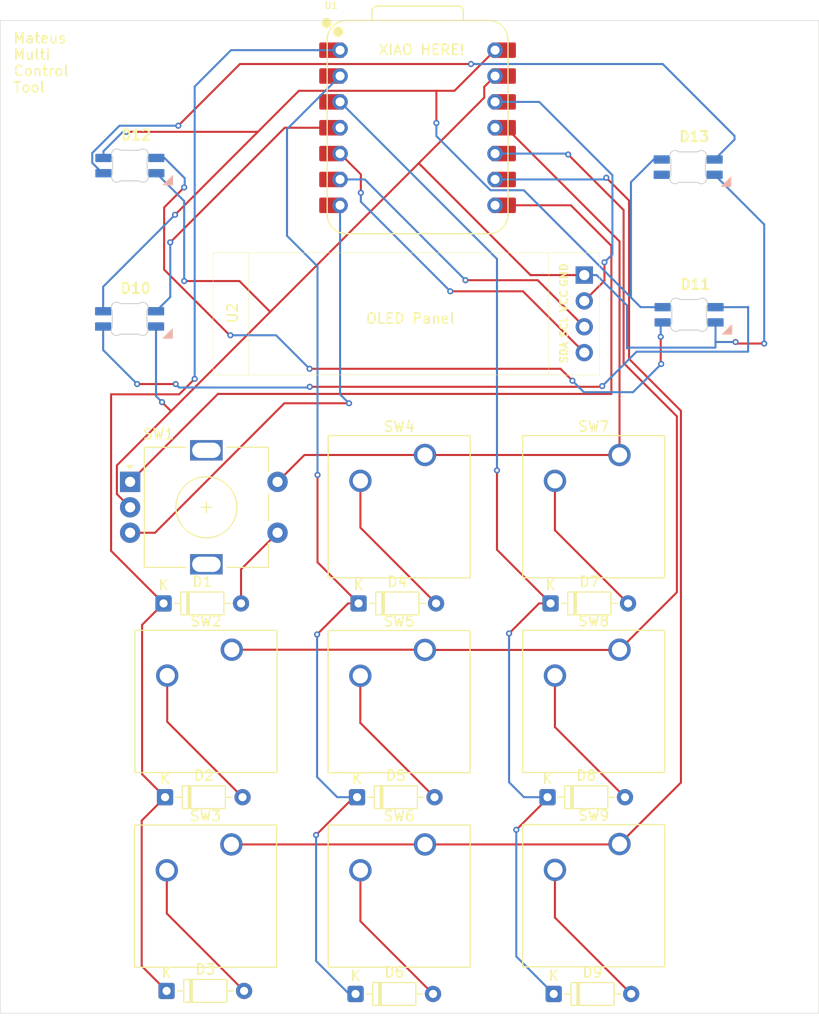
<source format=kicad_pcb>
(kicad_pcb (version 20241229) (generator "pcbnew") (generator_version "9.0")
  (layers (0 "F.Cu" signal) (2 "B.Cu" signal) (13 "F.Paste" user) (15 "B.Paste" user) (5 "F.SilkS" user "F.Silkscreen") (7 "B.SilkS" user "B.Silkscreen") (1 "F.Mask" user) (3 "B.Mask" user) (25 "Edge.Cuts" user))
  (net 0 "")
  (net 1 "GND")
  (net 2 "+5V")
  (net 3 "Net-(D5-A)")
  (net 4 "Net-(D2-A)")
  (net 5 "Net-(D3-A)")
  (net 6 "Net-(D4-A)")
  (net 7 "Net-(D6-A)")
  (net 8 "Net-(D7-A)")
  (net 9 "Net-(D8-A)")
  (net 10 "Net-(D9-A)")
  (net 11 "Net-(D10-DOUT)")
  (net 12 "Net-(D1-A)")
  (net 13 "C1")
  (net 14 "C2")
  (net 15 "C3")
  (net 16 "RGB")
  (net 17 "A1")
  (net 18 "R1")
  (net 19 "B1")
  (net 20 "R2")
  (net 21 "R3")
  (net 22 "VCC")
  (net 23 "SDA")
  (net 24 "SCL")
  (net 25 "Net-(D11-DOUT)")
  (net 26 "Net-(D12-DOUT)")
  (footprint "Diode_THT:D_DO-35_SOD27_P7.62mm_Horizontal" (layer "F.Cu") (at 104.85 151.17)
    (property "Reference" "D9" (at 3.81 -2.12 0) (layer "F.SilkS"))
    (property "Value" "1N4148")
    (fp_text user "K" (at 0 -1.8 0) (layer "F.SilkS"))
    (pad "1" thru_hole roundrect (at 0 0) (size 1.6 1.6) (drill 0.8) (layers "*.Cu" "*.Mask") (roundrect_rratio 0.15625) (net 15 "C3"))
    (pad "2" thru_hole circle (at 7.62 0) (size 1.6 1.6) (drill 0.8) (layers "*.Cu" "*.Mask") (net 10 "Net-(D9-A)"))
  )
  (footprint "Button_Switch_Keyboard:SW_Cherry_MX_1.00u_PCB" (layer "F.Cu") (at 92.19 136.48)
    (property "Reference" "SW6" (at -2.54 -2.794 0) (layer "F.SilkS"))
    (property "Value" "SW_Push")
    (pad "" np_thru_hole circle (at -7.62 5.08) (size 1.7 1.7) (drill 1.7) (layers "*.Cu" "*.Mask"))
    (pad "" np_thru_hole circle (at -2.54 5.08) (size 4 4) (drill 4) (layers "*.Cu" "*.Mask"))
    (pad "" np_thru_hole circle (at 2.54 5.08) (size 1.7 1.7) (drill 1.7) (layers "*.Cu" "*.Mask"))
    (pad "1" thru_hole circle (at 0 0) (size 2.2 2.2) (drill 1.5) (layers "*.Cu" "*.Mask") (net 21 "R3"))
    (pad "2" thru_hole circle (at -6.35 2.54) (size 2.2 2.2) (drill 1.5) (layers "*.Cu" "*.Mask") (net 7 "Net-(D6-A)"))
  )
  (footprint "Diode_THT:D_DO-35_SOD27_P7.62mm_Horizontal" (layer "F.Cu") (at 104.24 131.84)
    (property "Reference" "D8" (at 3.81 -2.12 0) (layer "F.SilkS"))
    (property "Value" "1N4148")
    (fp_text user "K" (at 0 -1.8 0) (layer "F.SilkS"))
    (pad "1" thru_hole roundrect (at 0 0) (size 1.6 1.6) (drill 0.8) (layers "*.Cu" "*.Mask") (roundrect_rratio 0.15625) (net 15 "C3"))
    (pad "2" thru_hole circle (at 7.62 0) (size 1.6 1.6) (drill 0.8) (layers "*.Cu" "*.Mask") (net 9 "Net-(D8-A)"))
  )
  (footprint "Button_Switch_Keyboard:SW_Cherry_MX_1.00u_PCB" (layer "F.Cu") (at 111.32 98.22)
    (property "Reference" "SW7" (at -2.54 -2.794 0) (layer "F.SilkS"))
    (property "Value" "SW_Push")
    (pad "" np_thru_hole circle (at -7.62 5.08) (size 1.7 1.7) (drill 1.7) (layers "*.Cu" "*.Mask"))
    (pad "" np_thru_hole circle (at -2.54 5.08) (size 4 4) (drill 4) (layers "*.Cu" "*.Mask"))
    (pad "" np_thru_hole circle (at 2.54 5.08) (size 1.7 1.7) (drill 1.7) (layers "*.Cu" "*.Mask"))
    (pad "1" thru_hole circle (at 0 0) (size 2.2 2.2) (drill 1.5) (layers "*.Cu" "*.Mask") (net 18 "R1"))
    (pad "2" thru_hole circle (at -6.35 2.54) (size 2.2 2.2) (drill 1.5) (layers "*.Cu" "*.Mask") (net 8 "Net-(D7-A)"))
  )
  (footprint "SK6812MINI-E UPD:SK6812MINI-E_fixed" (layer "F.Cu") (at 63.17 69.89)
    (property "Reference" "D12" (at 0.6 -3.1 0) (layer "F.SilkS") (effects (font (thickness 0.2) (bold yes))))
    (property "Value" "SK6812MINI-E")
    (fp_line (start -1.699998 0.6) (end -1.699998 -0.805684) (stroke (width 0.1)) (layer "Edge.Cuts"))
    (fp_line (start -0.794451 -1.602841) (end 0.794454 -1.602841) (stroke (width 0.1)) (layer "Edge.Cuts"))
    (fp_line (start 0.794453 1.397158) (end -0.794451 1.397158) (stroke (width 0.1)) (layer "Edge.Cuts"))
    (fp_line (start 1.7 -0.805684) (end 1.7 0.6) (stroke (width 0.1)) (layer "Edge.Cuts"))
    (fp_arc (start -1.749483 -1.022562) (mid -1.712526 -0.91691) (end -1.699998 -0.805684) (stroke (width 0.1)) (layer "Edge.Cuts"))
    (fp_arc (start -1.749483 -1.022562) (mid -1.63807 -1.606877) (end -1.04671 -1.671141) (stroke (width 0.1)) (layer "Edge.Cuts"))
    (fp_arc (start -1.699998 0.600001) (mid -1.712526 0.711226) (end -1.749483 0.816878) (stroke (width 0.1)) (layer "Edge.Cuts"))
    (fp_arc (start -1.04671 1.465455) (mid -1.638069 1.401192) (end -1.749483 0.816878) (stroke (width 0.1)) (layer "Edge.Cuts"))
    (fp_arc (start -1.046709 1.465457) (mid -0.925121 1.414535) (end -0.794451 1.397158) (stroke (width 0.1)) (layer "Edge.Cuts"))
    (fp_arc (start -0.794452 -1.602842) (mid -0.925122 -1.620219) (end -1.04671 -1.671141) (stroke (width 0.1)) (layer "Edge.Cuts"))
    (fp_arc (start 0.794453 1.397158) (mid 0.925124 1.414535) (end 1.046712 1.465457) (stroke (width 0.1)) (layer "Edge.Cuts"))
    (fp_arc (start 1.046712 -1.67114) (mid 0.925124 -1.620218) (end 0.794454 -1.602841) (stroke (width 0.1)) (layer "Edge.Cuts"))
    (fp_arc (start 1.046712 -1.67114) (mid 1.638072 -1.606876) (end 1.749485 -1.022562) (stroke (width 0.1)) (layer "Edge.Cuts"))
    (fp_arc (start 1.7 -0.805685) (mid 1.712528 -0.91691) (end 1.749485 -1.022562) (stroke (width 0.1)) (layer "Edge.Cuts"))
    (fp_arc (start 1.749485 0.816877) (mid 1.638073 1.401193) (end 1.046712 1.465457) (stroke (width 0.1)) (layer "Edge.Cuts"))
    (fp_arc (start 1.749485 0.816878) (mid 1.712528 0.711226) (end 1.7 0.6) (stroke (width 0.1)) (layer "Edge.Cuts"))
    (pad "1" smd roundrect (at -2.599999 -0.852842 270) (size 0.82 1.6) (layers "B.Cu" "B.Mask" "B.Paste") (roundrect_rratio 0.1) (net 2 "+5V"))
    (pad "2" smd roundrect (at -2.599999 0.647158 270) (size 0.82 1.6) (layers "B.Cu" "B.Mask" "B.Paste") (roundrect_rratio 0.1) (net 26 "Net-(D12-DOUT)"))
    (pad "3" smd roundrect (at 2.600001 0.647158 270) (size 0.82 1.6) (layers "B.Cu" "B.Mask" "B.Paste") (roundrect_rratio 0.1) (net 1 "GND"))
    (pad "4" smd roundrect (at 2.600001 -0.852842 270) (size 0.82 1.6) (layers "B.Cu" "B.Mask" "B.Paste") (roundrect_rratio 0.1) (net 25 "Net-(D11-DOUT)"))
  )
  (footprint "Diode_THT:D_DO-35_SOD27_P7.62mm_Horizontal" (layer "F.Cu") (at 85.36 151.17)
    (property "Reference" "D6" (at 3.81 -2.12 0) (layer "F.SilkS"))
    (property "Value" "1N4148")
    (fp_text user "K" (at 0 -1.8 0) (layer "F.SilkS"))
    (pad "1" thru_hole roundrect (at 0 0) (size 1.6 1.6) (drill 0.8) (layers "*.Cu" "*.Mask") (roundrect_rratio 0.15625) (net 14 "C2"))
    (pad "2" thru_hole circle (at 7.62 0) (size 1.6 1.6) (drill 0.8) (layers "*.Cu" "*.Mask") (net 7 "Net-(D6-A)"))
  )
  (footprint "Diode_THT:D_DO-35_SOD27_P7.62mm_Horizontal" (layer "F.Cu") (at 66.48 112.8)
    (property "Reference" "D1" (at 3.81 -2.12 0) (layer "F.SilkS"))
    (property "Value" "1N4148")
    (fp_text user "K" (at 0 -1.8 0) (layer "F.SilkS"))
    (pad "1" thru_hole roundrect (at 0 0) (size 1.6 1.6) (drill 0.8) (layers "*.Cu" "*.Mask") (roundrect_rratio 0.15625) (net 13 "C1"))
    (pad "2" thru_hole circle (at 7.62 0) (size 1.6 1.6) (drill 0.8) (layers "*.Cu" "*.Mask") (net 12 "Net-(D1-A)"))
  )
  (footprint "Button_Switch_Keyboard:SW_Cherry_MX_1.00u_PCB" (layer "F.Cu") (at 73.15 136.48)
    (property "Reference" "SW3" (at -2.54 -2.794 0) (layer "F.SilkS"))
    (property "Value" "SW_Push")
    (pad "" np_thru_hole circle (at -7.62 5.08) (size 1.7 1.7) (drill 1.7) (layers "*.Cu" "*.Mask"))
    (pad "" np_thru_hole circle (at -2.54 5.08) (size 4 4) (drill 4) (layers "*.Cu" "*.Mask"))
    (pad "" np_thru_hole circle (at 2.54 5.08) (size 1.7 1.7) (drill 1.7) (layers "*.Cu" "*.Mask"))
    (pad "1" thru_hole circle (at 0 0) (size 2.2 2.2) (drill 1.5) (layers "*.Cu" "*.Mask") (net 21 "R3"))
    (pad "2" thru_hole circle (at -6.35 2.54) (size 2.2 2.2) (drill 1.5) (layers "*.Cu" "*.Mask") (net 5 "Net-(D3-A)"))
  )
  (footprint "Diode_THT:D_DO-35_SOD27_P7.62mm_Horizontal" (layer "F.Cu") (at 104.54 112.8)
    (property "Reference" "D7" (at 3.81 -2.12 0) (layer "F.SilkS"))
    (property "Value" "1N4148")
    (fp_text user "K" (at 0 -1.8 0) (layer "F.SilkS"))
    (pad "1" thru_hole roundrect (at 0 0) (size 1.6 1.6) (drill 0.8) (layers "*.Cu" "*.Mask") (roundrect_rratio 0.15625) (net 15 "C3"))
    (pad "2" thru_hole circle (at 7.62 0) (size 1.6 1.6) (drill 0.8) (layers "*.Cu" "*.Mask") (net 8 "Net-(D7-A)"))
  )
  (footprint "Diode_THT:D_DO-35_SOD27_P7.62mm_Horizontal" (layer "F.Cu") (at 85.66 112.8)
    (property "Reference" "D4" (at 3.81 -2.12 0) (layer "F.SilkS"))
    (property "Value" "1N4148")
    (fp_text user "K" (at 0 -1.8 0) (layer "F.SilkS"))
    (pad "1" thru_hole roundrect (at 0 0) (size 1.6 1.6) (drill 0.8) (layers "*.Cu" "*.Mask") (roundrect_rratio 0.15625) (net 14 "C2"))
    (pad "2" thru_hole circle (at 7.62 0) (size 1.6 1.6) (drill 0.8) (layers "*.Cu" "*.Mask") (net 6 "Net-(D4-A)"))
  )
  (footprint "Button_Switch_Keyboard:SW_Cherry_MX_1.00u_PCB" (layer "F.Cu") (at 92.18 117.37)
    (property "Reference" "SW5" (at -2.54 -2.794 0) (layer "F.SilkS"))
    (property "Value" "SW_Push")
    (pad "" np_thru_hole circle (at -7.62 5.08) (size 1.7 1.7) (drill 1.7) (layers "*.Cu" "*.Mask"))
    (pad "" np_thru_hole circle (at -2.54 5.08) (size 4 4) (drill 4) (layers "*.Cu" "*.Mask"))
    (pad "" np_thru_hole circle (at 2.54 5.08) (size 1.7 1.7) (drill 1.7) (layers "*.Cu" "*.Mask"))
    (pad "1" thru_hole circle (at 0 0) (size 2.2 2.2) (drill 1.5) (layers "*.Cu" "*.Mask") (net 20 "R2"))
    (pad "2" thru_hole circle (at -6.35 2.54) (size 2.2 2.2) (drill 1.5) (layers "*.Cu" "*.Mask") (net 3 "Net-(D5-A)"))
  )
  (footprint "SK6812MINI-E UPD:SK6812MINI-E_fixed" (layer "F.Cu") (at 118.069999 70.042842)
    (property "Reference" "D13" (at 0.6 -3.1 0) (layer "F.SilkS") (effects (font (thickness 0.2) (bold yes))))
    (property "Value" "SK6812MINI-E")
    (fp_line (start -1.699998 0.6) (end -1.699998 -0.805684) (stroke (width 0.1)) (layer "Edge.Cuts"))
    (fp_line (start -0.794451 -1.602841) (end 0.794454 -1.602841) (stroke (width 0.1)) (layer "Edge.Cuts"))
    (fp_line (start 0.794453 1.397158) (end -0.794451 1.397158) (stroke (width 0.1)) (layer "Edge.Cuts"))
    (fp_line (start 1.7 -0.805684) (end 1.7 0.6) (stroke (width 0.1)) (layer "Edge.Cuts"))
    (fp_arc (start -1.749483 -1.022562) (mid -1.712526 -0.91691) (end -1.699998 -0.805684) (stroke (width 0.1)) (layer "Edge.Cuts"))
    (fp_arc (start -1.749483 -1.022562) (mid -1.63807 -1.606877) (end -1.04671 -1.671141) (stroke (width 0.1)) (layer "Edge.Cuts"))
    (fp_arc (start -1.699998 0.600001) (mid -1.712526 0.711226) (end -1.749483 0.816878) (stroke (width 0.1)) (layer "Edge.Cuts"))
    (fp_arc (start -1.04671 1.465455) (mid -1.638069 1.401192) (end -1.749483 0.816878) (stroke (width 0.1)) (layer "Edge.Cuts"))
    (fp_arc (start -1.046709 1.465457) (mid -0.925121 1.414535) (end -0.794451 1.397158) (stroke (width 0.1)) (layer "Edge.Cuts"))
    (fp_arc (start -0.794452 -1.602842) (mid -0.925122 -1.620219) (end -1.04671 -1.671141) (stroke (width 0.1)) (layer "Edge.Cuts"))
    (fp_arc (start 0.794453 1.397158) (mid 0.925124 1.414535) (end 1.046712 1.465457) (stroke (width 0.1)) (layer "Edge.Cuts"))
    (fp_arc (start 1.046712 -1.67114) (mid 0.925124 -1.620218) (end 0.794454 -1.602841) (stroke (width 0.1)) (layer "Edge.Cuts"))
    (fp_arc (start 1.046712 -1.67114) (mid 1.638072 -1.606876) (end 1.749485 -1.022562) (stroke (width 0.1)) (layer "Edge.Cuts"))
    (fp_arc (start 1.7 -0.805685) (mid 1.712528 -0.91691) (end 1.749485 -1.022562) (stroke (width 0.1)) (layer "Edge.Cuts"))
    (fp_arc (start 1.749485 0.816877) (mid 1.638073 1.401193) (end 1.046712 1.465457) (stroke (width 0.1)) (layer "Edge.Cuts"))
    (fp_arc (start 1.749485 0.816878) (mid 1.712528 0.711226) (end 1.7 0.6) (stroke (width 0.1)) (layer "Edge.Cuts"))
    (pad "1" smd roundrect (at -2.599999 -0.852842 270) (size 0.82 1.6) (layers "B.Cu" "B.Mask" "B.Paste") (roundrect_rratio 0.1) (net 2 "+5V"))
    (pad "2" smd roundrect (at -2.599999 0.647158 270) (size 0.82 1.6) (layers "B.Cu" "B.Mask" "B.Paste") (roundrect_rratio 0.1))
    (pad "3" smd roundrect (at 2.600001 0.647158 270) (size 0.82 1.6) (layers "B.Cu" "B.Mask" "B.Paste") (roundrect_rratio 0.1) (net 1 "GND"))
    (pad "4" smd roundrect (at 2.600001 -0.852842 270) (size 0.82 1.6) (layers "B.Cu" "B.Mask" "B.Paste") (roundrect_rratio 0.1) (net 26 "Net-(D12-DOUT)"))
  )
  (footprint "Button_Switch_Keyboard:SW_Cherry_MX_1.00u_PCB" (layer "F.Cu") (at 111.32 117.35)
    (property "Reference" "SW8" (at -2.54 -2.794 0) (layer "F.SilkS"))
    (property "Value" "SW_Push")
    (pad "" np_thru_hole circle (at -7.62 5.08) (size 1.7 1.7) (drill 1.7) (layers "*.Cu" "*.Mask"))
    (pad "" np_thru_hole circle (at -2.54 5.08) (size 4 4) (drill 4) (layers "*.Cu" "*.Mask"))
    (pad "" np_thru_hole circle (at 2.54 5.08) (size 1.7 1.7) (drill 1.7) (layers "*.Cu" "*.Mask"))
    (pad "1" thru_hole circle (at 0 0) (size 2.2 2.2) (drill 1.5) (layers "*.Cu" "*.Mask") (net 20 "R2"))
    (pad "2" thru_hole circle (at -6.35 2.54) (size 2.2 2.2) (drill 1.5) (layers "*.Cu" "*.Mask") (net 9 "Net-(D8-A)"))
  )
  (footprint "Diode_THT:D_DO-35_SOD27_P7.62mm_Horizontal" (layer "F.Cu") (at 85.51 131.84)
    (property "Reference" "D5" (at 3.81 -2.12 0) (layer "F.SilkS"))
    (property "Value" "1N4148")
    (fp_text user "K" (at 0 -1.8 0) (layer "F.SilkS"))
    (pad "1" thru_hole roundrect (at 0 0) (size 1.6 1.6) (drill 0.8) (layers "*.Cu" "*.Mask") (roundrect_rratio 0.15625) (net 14 "C2"))
    (pad "2" thru_hole circle (at 7.62 0) (size 1.6 1.6) (drill 0.8) (layers "*.Cu" "*.Mask") (net 3 "Net-(D5-A)"))
  )
  (footprint "SK6812MINI-E UPD:SK6812MINI-E_fixed" (layer "F.Cu") (at 63.14 84.95)
    (property "Reference" "D10" (at 0.6 -3.1 0) (layer "F.SilkS") (effects (font (thickness 0.2) (bold yes))))
    (property "Value" "SK6812MINI-E")
    (fp_line (start -1.699998 0.6) (end -1.699998 -0.805684) (stroke (width 0.1)) (layer "Edge.Cuts"))
    (fp_line (start -0.794451 -1.602841) (end 0.794454 -1.602841) (stroke (width 0.1)) (layer "Edge.Cuts"))
    (fp_line (start 0.794453 1.397158) (end -0.794451 1.397158) (stroke (width 0.1)) (layer "Edge.Cuts"))
    (fp_line (start 1.7 -0.805684) (end 1.7 0.6) (stroke (width 0.1)) (layer "Edge.Cuts"))
    (fp_arc (start -1.749483 -1.022562) (mid -1.712526 -0.91691) (end -1.699998 -0.805684) (stroke (width 0.1)) (layer "Edge.Cuts"))
    (fp_arc (start -1.749483 -1.022562) (mid -1.63807 -1.606877) (end -1.04671 -1.671141) (stroke (width 0.1)) (layer "Edge.Cuts"))
    (fp_arc (start -1.699998 0.600001) (mid -1.712526 0.711226) (end -1.749483 0.816878) (stroke (width 0.1)) (layer "Edge.Cuts"))
    (fp_arc (start -1.04671 1.465455) (mid -1.638069 1.401192) (end -1.749483 0.816878) (stroke (width 0.1)) (layer "Edge.Cuts"))
    (fp_arc (start -1.046709 1.465457) (mid -0.925121 1.414535) (end -0.794451 1.397158) (stroke (width 0.1)) (layer "Edge.Cuts"))
    (fp_arc (start -0.794452 -1.602842) (mid -0.925122 -1.620219) (end -1.04671 -1.671141) (stroke (width 0.1)) (layer "Edge.Cuts"))
    (fp_arc (start 0.794453 1.397158) (mid 0.925124 1.414535) (end 1.046712 1.465457) (stroke (width 0.1)) (layer "Edge.Cuts"))
    (fp_arc (start 1.046712 -1.67114) (mid 0.925124 -1.620218) (end 0.794454 -1.602841) (stroke (width 0.1)) (layer "Edge.Cuts"))
    (fp_arc (start 1.046712 -1.67114) (mid 1.638072 -1.606876) (end 1.749485 -1.022562) (stroke (width 0.1)) (layer "Edge.Cuts"))
    (fp_arc (start 1.7 -0.805685) (mid 1.712528 -0.91691) (end 1.749485 -1.022562) (stroke (width 0.1)) (layer "Edge.Cuts"))
    (fp_arc (start 1.749485 0.816877) (mid 1.638073 1.401193) (end 1.046712 1.465457) (stroke (width 0.1)) (layer "Edge.Cuts"))
    (fp_arc (start 1.749485 0.816878) (mid 1.712528 0.711226) (end 1.7 0.6) (stroke (width 0.1)) (layer "Edge.Cuts"))
    (pad "1" smd roundrect (at -2.599999 -0.852842 270) (size 0.82 1.6) (layers "B.Cu" "B.Mask" "B.Paste") (roundrect_rratio 0.1) (net 2 "+5V"))
    (pad "2" smd roundrect (at -2.599999 0.647158 270) (size 0.82 1.6) (layers "B.Cu" "B.Mask" "B.Paste") (roundrect_rratio 0.1) (net 11 "Net-(D10-DOUT)"))
    (pad "3" smd roundrect (at 2.600001 0.647158 270) (size 0.82 1.6) (layers "B.Cu" "B.Mask" "B.Paste") (roundrect_rratio 0.1) (net 1 "GND"))
    (pad "4" smd roundrect (at 2.600001 -0.852842 270) (size 0.82 1.6) (layers "B.Cu" "B.Mask" "B.Paste") (roundrect_rratio 0.1) (net 16 "RGB"))
  )
  (footprint "SK6812MINI-E UPD:SK6812MINI-E_fixed" (layer "F.Cu") (at 118.16 84.55)
    (property "Reference" "D11" (at 0.6 -3.1 0) (layer "F.SilkS") (effects (font (thickness 0.2) (bold yes))))
    (property "Value" "SK6812MINI-E")
    (fp_line (start -1.699998 0.6) (end -1.699998 -0.805684) (stroke (width 0.1)) (layer "Edge.Cuts"))
    (fp_line (start -0.794451 -1.602841) (end 0.794454 -1.602841) (stroke (width 0.1)) (layer "Edge.Cuts"))
    (fp_line (start 0.794453 1.397158) (end -0.794451 1.397158) (stroke (width 0.1)) (layer "Edge.Cuts"))
    (fp_line (start 1.7 -0.805684) (end 1.7 0.6) (stroke (width 0.1)) (layer "Edge.Cuts"))
    (fp_arc (start -1.749483 -1.022562) (mid -1.712526 -0.91691) (end -1.699998 -0.805684) (stroke (width 0.1)) (layer "Edge.Cuts"))
    (fp_arc (start -1.749483 -1.022562) (mid -1.63807 -1.606877) (end -1.04671 -1.671141) (stroke (width 0.1)) (layer "Edge.Cuts"))
    (fp_arc (start -1.699998 0.600001) (mid -1.712526 0.711226) (end -1.749483 0.816878) (stroke (width 0.1)) (layer "Edge.Cuts"))
    (fp_arc (start -1.04671 1.465455) (mid -1.638069 1.401192) (end -1.749483 0.816878) (stroke (width 0.1)) (layer "Edge.Cuts"))
    (fp_arc (start -1.046709 1.465457) (mid -0.925121 1.414535) (end -0.794451 1.397158) (stroke (width 0.1)) (layer "Edge.Cuts"))
    (fp_arc (start -0.794452 -1.602842) (mid -0.925122 -1.620219) (end -1.04671 -1.671141) (stroke (width 0.1)) (layer "Edge.Cuts"))
    (fp_arc (start 0.794453 1.397158) (mid 0.925124 1.414535) (end 1.046712 1.465457) (stroke (width 0.1)) (layer "Edge.Cuts"))
    (fp_arc (start 1.046712 -1.67114) (mid 0.925124 -1.620218) (end 0.794454 -1.602841) (stroke (width 0.1)) (layer "Edge.Cuts"))
    (fp_arc (start 1.046712 -1.67114) (mid 1.638072 -1.606876) (end 1.749485 -1.022562) (stroke (width 0.1)) (layer "Edge.Cuts"))
    (fp_arc (start 1.7 -0.805685) (mid 1.712528 -0.91691) (end 1.749485 -1.022562) (stroke (width 0.1)) (layer "Edge.Cuts"))
    (fp_arc (start 1.749485 0.816877) (mid 1.638073 1.401193) (end 1.046712 1.465457) (stroke (width 0.1)) (layer "Edge.Cuts"))
    (fp_arc (start 1.749485 0.816878) (mid 1.712528 0.711226) (end 1.7 0.6) (stroke (width 0.1)) (layer "Edge.Cuts"))
    (pad "1" smd roundrect (at -2.599999 -0.852842 270) (size 0.82 1.6) (layers "B.Cu" "B.Mask" "B.Paste") (roundrect_rratio 0.1) (net 2 "+5V"))
    (pad "2" smd roundrect (at -2.599999 0.647158 270) (size 0.82 1.6) (layers "B.Cu" "B.Mask" "B.Paste") (roundrect_rratio 0.1) (net 25 "Net-(D11-DOUT)"))
    (pad "3" smd roundrect (at 2.600001 0.647158 270) (size 0.82 1.6) (layers "B.Cu" "B.Mask" "B.Paste") (roundrect_rratio 0.1) (net 1 "GND"))
    (pad "4" smd roundrect (at 2.600001 -0.852842 270) (size 0.82 1.6) (layers "B.Cu" "B.Mask" "B.Paste") (roundrect_rratio 0.1) (net 11 "Net-(D10-DOUT)"))
  )
  (footprint "oled lib:SSD1306-0.91-OLED-4pin-128x32" (layer "F.Cu") (at 71.355 78.355)
    (property "Reference" "U2" (at 1.9 5.91 90) (layer "F.SilkS"))
    (property "Value" "~")
    (fp_text user "SCL" (at 34.5 7.27 270) (layer "F.SilkS") (effects (font (size 0.75 0.75))))
    (fp_text user "GND" (at 34.5 2.19 270) (layer "F.SilkS") (effects (font (size 0.75 0.75))))
    (fp_text user "OLED Panel" (at 19.405 6.455 0) (layer "F.SilkS"))
    (fp_text user "VCC" (at 34.5 4.73 270) (layer "F.SilkS") (effects (font (size 0.75 0.75))))
    (fp_text user "SDA" (at 34.5 9.81 270) (layer "F.SilkS") (effects (font (size 0.75 0.75))))
    (pad "1" thru_hole rect (at 36.5 2.19) (size 1.7 1.7) (drill 1) (layers "*.Cu" "*.Mask") (net 1 "GND"))
    (pad "2" thru_hole oval (at 36.5 4.73) (size 1.7 1.7) (drill 1) (layers "*.Cu" "*.Mask") (net 22 "VCC"))
    (pad "3" thru_hole oval (at 36.5 7.27) (size 1.7 1.7) (drill 1) (layers "*.Cu" "*.Mask") (net 24 "SCL"))
    (pad "4" thru_hole oval (at 36.5 9.81) (size 1.7 1.7) (drill 1) (layers "*.Cu" "*.Mask") (net 23 "SDA"))
  )
  (footprint "Diode_THT:D_DO-35_SOD27_P7.62mm_Horizontal" (layer "F.Cu") (at 66.78 150.87)
    (property "Reference" "D3" (at 3.81 -2.12 0) (layer "F.SilkS"))
    (property "Value" "1N4148")
    (fp_text user "K" (at 0 -1.8 0) (layer "F.SilkS"))
    (pad "1" thru_hole roundrect (at 0 0) (size 1.6 1.6) (drill 0.8) (layers "*.Cu" "*.Mask") (roundrect_rratio 0.15625) (net 13 "C1"))
    (pad "2" thru_hole circle (at 7.62 0) (size 1.6 1.6) (drill 0.8) (layers "*.Cu" "*.Mask") (net 5 "Net-(D3-A)"))
  )
  (footprint "Button_Switch_Keyboard:SW_Cherry_MX_1.00u_PCB" (layer "F.Cu") (at 111.32 136.44)
    (property "Reference" "SW9" (at -2.54 -2.794 0) (layer "F.SilkS"))
    (property "Value" "SW_Push")
    (pad "" np_thru_hole circle (at -7.62 5.08) (size 1.7 1.7) (drill 1.7) (layers "*.Cu" "*.Mask"))
    (pad "" np_thru_hole circle (at -2.54 5.08) (size 4 4) (drill 4) (layers "*.Cu" "*.Mask"))
    (pad "" np_thru_hole circle (at 2.54 5.08) (size 1.7 1.7) (drill 1.7) (layers "*.Cu" "*.Mask"))
    (pad "1" thru_hole circle (at 0 0) (size 2.2 2.2) (drill 1.5) (layers "*.Cu" "*.Mask") (net 21 "R3"))
    (pad "2" thru_hole circle (at -6.35 2.54) (size 2.2 2.2) (drill 1.5) (layers "*.Cu" "*.Mask") (net 10 "Net-(D9-A)"))
  )
  (footprint "Diode_THT:D_DO-35_SOD27_P7.62mm_Horizontal" (layer "F.Cu") (at 66.63 131.84)
    (property "Reference" "D2" (at 3.81 -2.12 0) (layer "F.SilkS"))
    (property "Value" "1N4148")
    (fp_text user "K" (at 0 -1.8 0) (layer "F.SilkS"))
    (pad "1" thru_hole roundrect (at 0 0) (size 1.6 1.6) (drill 0.8) (layers "*.Cu" "*.Mask") (roundrect_rratio 0.15625) (net 13 "C1"))
    (pad "2" thru_hole circle (at 7.62 0) (size 1.6 1.6) (drill 0.8) (layers "*.Cu" "*.Mask") (net 4 "Net-(D2-A)"))
  )
  (footprint "Button_Switch_Keyboard:SW_Cherry_MX_1.00u_PCB" (layer "F.Cu") (at 73.19 117.35)
    (property "Reference" "SW2" (at -2.54 -2.794 0) (layer "F.SilkS"))
    (property "Value" "SW_Push")
    (pad "" np_thru_hole circle (at -7.62 5.08) (size 1.7 1.7) (drill 1.7) (layers "*.Cu" "*.Mask"))
    (pad "" np_thru_hole circle (at -2.54 5.08) (size 4 4) (drill 4) (layers "*.Cu" "*.Mask"))
    (pad "" np_thru_hole circle (at 2.54 5.08) (size 1.7 1.7) (drill 1.7) (layers "*.Cu" "*.Mask"))
    (pad "1" thru_hole circle (at 0 0) (size 2.2 2.2) (drill 1.5) (layers "*.Cu" "*.Mask") (net 20 "R2"))
    (pad "2" thru_hole circle (at -6.35 2.54) (size 2.2 2.2) (drill 1.5) (layers "*.Cu" "*.Mask") (net 4 "Net-(D2-A)"))
  )
  (footprint "Button_Switch_Keyboard:SW_Cherry_MX_1.00u_PCB" (layer "F.Cu") (at 92.19 98.22)
    (property "Reference" "SW4" (at -2.54 -2.794 0) (layer "F.SilkS"))
    (property "Value" "SW_Push")
    (pad "" np_thru_hole circle (at -7.62 5.08) (size 1.7 1.7) (drill 1.7) (layers "*.Cu" "*.Mask"))
    (pad "" np_thru_hole circle (at -2.54 5.08) (size 4 4) (drill 4) (layers "*.Cu" "*.Mask"))
    (pad "" np_thru_hole circle (at 2.54 5.08) (size 1.7 1.7) (drill 1.7) (layers "*.Cu" "*.Mask"))
    (pad "1" thru_hole circle (at 0 0) (size 2.2 2.2) (drill 1.5) (layers "*.Cu" "*.Mask") (net 18 "R1"))
    (pad "2" thru_hole circle (at -6.35 2.54) (size 2.2 2.2) (drill 1.5) (layers "*.Cu" "*.Mask") (net 6 "Net-(D4-A)"))
  )
  (footprint "OPL lib:XIAO-RP2040-DIP" (layer "F.Cu") (at 91.46 66.07)
    (property "Reference" "U1" (at -8.5 -12 0) (layer "F.SilkS") (effects (font (size 0.635 0.635) (thickness 0.1016))))
    (property "Value" "XIAO-RP2040-DIP")
    (pad "1" smd roundrect (at -8.455 -7.62 180) (size 2.432 1.524) (layers "F.Cu" "F.Mask") (roundrect_rratio 0.1) (net 13 "C1"))
    (pad "1" thru_hole circle (at -7.62 -7.62 180) (size 1.524 1.524) (drill 0.889) (layers "*.Cu" "*.Mask") (net 13 "C1"))
    (pad "2" smd roundrect (at -8.455 -5.08 180) (size 2.432 1.524) (layers "F.Cu" "F.Mask") (roundrect_rratio 0.1) (net 14 "C2"))
    (pad "2" thru_hole circle (at -7.62 -5.08 180) (size 1.524 1.524) (drill 0.889) (layers "*.Cu" "*.Mask") (net 14 "C2"))
    (pad "3" smd roundrect (at -8.455 -2.54 180) (size 2.432 1.524) (layers "F.Cu" "F.Mask") (roundrect_rratio 0.1) (net 15 "C3"))
    (pad "3" thru_hole circle (at -7.62 -2.54 180) (size 1.524 1.524) (drill 0.889) (layers "*.Cu" "*.Mask") (net 15 "C3"))
    (pad "4" smd roundrect (at -8.455 0 180) (size 2.432 1.524) (layers "F.Cu" "F.Mask") (roundrect_rratio 0.1) (net 16 "RGB"))
    (pad "4" thru_hole circle (at -7.62 0 180) (size 1.524 1.524) (drill 0.889) (layers "*.Cu" "*.Mask") (net 16 "RGB"))
    (pad "5" smd roundrect (at -8.455 2.54 180) (size 2.432 1.524) (layers "F.Cu" "F.Mask") (roundrect_rratio 0.1) (net 23 "SDA"))
    (pad "5" thru_hole circle (at -7.62 2.54 180) (size 1.524 1.524) (drill 0.889) (layers "*.Cu" "*.Mask") (net 23 "SDA"))
    (pad "6" smd roundrect (at -8.455 5.08 180) (size 2.432 1.524) (layers "F.Cu" "F.Mask") (roundrect_rratio 0.1) (net 24 "SCL"))
    (pad "6" thru_hole circle (at -7.62 5.08 180) (size 1.524 1.524) (drill 0.889) (layers "*.Cu" "*.Mask") (net 24 "SCL"))
    (pad "7" smd roundrect (at -8.455 7.62 180) (size 2.432 1.524) (layers "F.Cu" "F.Mask") (roundrect_rratio 0.1) (net 19 "B1"))
    (pad "7" thru_hole circle (at -7.62 7.62 180) (size 1.524 1.524) (drill 0.889) (layers "*.Cu" "*.Mask") (net 19 "B1"))
    (pad "8" thru_hole circle (at 7.62 7.62) (size 1.524 1.524) (drill 0.889) (layers "*.Cu" "*.Mask") (net 17 "A1"))
    (pad "8" smd roundrect (at 8.455 7.62) (size 2.432 1.524) (layers "F.Cu" "F.Mask") (roundrect_rratio 0.1) (net 17 "A1"))
    (pad "9" thru_hole circle (at 7.62 5.08) (size 1.524 1.524) (drill 0.889) (layers "*.Cu" "*.Mask") (net 21 "R3"))
    (pad "9" smd roundrect (at 8.455 5.08) (size 2.432 1.524) (layers "F.Cu" "F.Mask") (roundrect_rratio 0.1) (net 21 "R3"))
    (pad "10" thru_hole circle (at 7.62 2.54) (size 1.524 1.524) (drill 0.889) (layers "*.Cu" "*.Mask") (net 20 "R2"))
    (pad "10" smd roundrect (at 8.455 2.54) (size 2.432 1.524) (layers "F.Cu" "F.Mask") (roundrect_rratio 0.1) (net 20 "R2"))
    (pad "11" thru_hole circle (at 7.62 0) (size 1.524 1.524) (drill 0.889) (layers "*.Cu" "*.Mask") (net 18 "R1"))
    (pad "11" smd roundrect (at 8.455 0) (size 2.432 1.524) (layers "F.Cu" "F.Mask") (roundrect_rratio 0.1) (net 18 "R1"))
    (pad "12" thru_hole circle (at 7.62 -2.54) (size 1.524 1.524) (drill 0.889) (layers "*.Cu" "*.Mask") (net 22 "VCC"))
    (pad "12" smd roundrect (at 8.455 -2.54) (size 2.432 1.524) (layers "F.Cu" "F.Mask") (roundrect_rratio 0.1) (net 22 "VCC"))
    (pad "13" thru_hole circle (at 7.62 -5.08) (size 1.524 1.524) (drill 0.889) (layers "*.Cu" "*.Mask") (net 1 "GND"))
    (pad "13" smd roundrect (at 8.455 -5.08) (size 2.432 1.524) (layers "F.Cu" "F.Mask") (roundrect_rratio 0.1) (net 1 "GND"))
    (pad "14" thru_hole circle (at 7.62 -7.62) (size 1.524 1.524) (drill 0.889) (layers "*.Cu" "*.Mask") (net 2 "+5V"))
    (pad "14" smd roundrect (at 8.455 -7.62) (size 2.432 1.524) (layers "F.Cu" "F.Mask") (roundrect_rratio 0.1) (net 2 "+5V"))
  )
  (footprint "Rotary_Encoder:RotaryEncoder_Alps_EC11E-Switch_Vertical_H20mm" (layer "F.Cu") (at 63.19 100.86)
    (property "Reference" "SW1" (at 2.8 -4.7 0) (layer "F.SilkS"))
    (property "Value" "RotaryEncoder_Switch")
    (pad "A" thru_hole rect (at 0 0) (size 2 2) (drill 1) (layers "*.Cu" "*.Mask") (net 17 "A1"))
    (pad "B" thru_hole circle (at 0 5) (size 2 2) (drill 1) (layers "*.Cu" "*.Mask") (net 19 "B1"))
    (pad "C" thru_hole circle (at 0 2.5) (size 2 2) (drill 1) (layers "*.Cu" "*.Mask") (net 1 "GND"))
    (pad "MP" thru_hole rect (at 7.5 -3.1) (size 3.2 2) (drill oval 2.8 1.5) (layers "*.Cu" "*.Mask"))
    (pad "MP" thru_hole rect (at 7.5 8.1) (size 3.2 2) (drill oval 2.8 1.5) (layers "*.Cu" "*.Mask"))
    (pad "S1" thru_hole circle (at 14.5 5) (size 2 2) (drill 1) (layers "*.Cu" "*.Mask") (net 12 "Net-(D1-A)"))
    (pad "S2" thru_hole circle (at 14.5 0) (size 2 2) (drill 1) (layers "*.Cu" "*.Mask") (net 18 "R1"))
  )
  (gr_rect (start 50.42 55.54) (end 130.92 153.07) (stroke (width 0.05)) (fill no) (layer "Edge.Cuts"))
  (gr_text "Mateus\nMulti\nControl\nTool" (at 51.63 62.68 0) (layer "F.SilkS") (effects (font (size 1 1)) (justify left bottom)))
  (gr_text "XIAO HERE!" (at 87.54 58.99 0) (layer "F.SilkS") (effects (font (size 1 1)) (justify left bottom)))
  (segment (start 73.94 81.13) (end 76.969972 84.159972) (width 0.2) (layer "F.Cu") (net 1))
  (segment (start 67.214972 93.914972) (end 76.969972 84.159972) (width 0.2) (layer "F.Cu") (net 1))
  (segment (start 102.565 80.545) (end 91.574972 69.554972) (width 0.2) (layer "F.Cu") (net 1))
  (segment (start 61.889 102.059) (end 61.889 99.240943) (width 0.2) (layer "F.Cu") (net 1))
  (segment (start 76.969972 84.159972) (end 91.574972 69.554972) (width 0.2) (layer "F.Cu") (net 1))
  (segment (start 68.51 81.13) (end 73.94 81.13) (width 0.2) (layer "F.Cu") (net 1))
  (segment (start 98.017 63.112943) (end 98.017 62.053) (width 0.2) (layer "F.Cu") (net 1))
  (segment (start 125.55 87.27) (end 122.88 87.27) (width 0.2) (layer "F.Cu") (net 1))
  (segment (start 66.33 93.03) (end 67.214972 93.914972) (width 0.2) (layer "F.Cu") (net 1))
  (segment (start 61.889 99.240943) (end 67.214972 93.914972) (width 0.2) (layer "F.Cu") (net 1))
  (segment (start 91.574972 69.554972) (end 98.017 63.112943) (width 0.2) (layer "F.Cu") (net 1))
  (segment (start 107.855 80.545) (end 102.565 80.545) (width 0.2) (layer "F.Cu") (net 1))
  (segment (start 63.19 103.36) (end 61.889 102.059) (width 0.2) (layer "F.Cu") (net 1))
  (segment (start 98.017 62.053) (end 99.08 60.99) (width 0.2) (layer "F.Cu") (net 1))
  (segment (start 122.88 87.27) (end 122.73 87.12) (width 0.2) (layer "F.Cu") (net 1))
  (via (at 66.33 93.03) (size 0.6) (drill 0.3) (layers "F.Cu" "B.Cu") (net 1))
  (via (at 125.55 87.27) (size 0.6) (drill 0.3) (layers "F.Cu" "B.Cu") (net 1))
  (via (at 68.51 81.13) (size 0.6) (drill 0.3) (layers "F.Cu" "B.Cu") (net 1))
  (via (at 122.73 87.12) (size 0.6) (drill 0.3) (layers "F.Cu" "B.Cu") (net 1))
  (segment (start 112.06 87.73) (end 112.06 83.53) (width 0.2) (layer "B.Cu") (net 1))
  (segment (start 112.06 83.53) (end 109.075 80.545) (width 0.2) (layer "B.Cu") (net 1))
  (segment (start 125.55 75.57) (end 125.55 87.27) (width 0.2) (layer "B.Cu") (net 1))
  (segment (start 68.51 73.277157) (end 68.51 81.13) (width 0.2) (layer "B.Cu") (net 1))
  (segment (start 65.740001 92.440001) (end 66.33 93.03) (width 0.2) (layer "B.Cu") (net 1))
  (segment (start 109.075 80.545) (end 107.855 80.545) (width 0.2) (layer "B.Cu") (net 1))
  (segment (start 122.73 87.12) (end 120.760001 87.12) (width 0.2) (layer "B.Cu") (net 1))
  (segment (start 120.67 70.69) (end 125.55 75.57) (width 0.2) (layer "B.Cu") (net 1))
  (segment (start 120.760001 85.197158) (end 120.760001 87.12) (width 0.2) (layer "B.Cu") (net 1))
  (segment (start 65.770001 70.537158) (end 68.51 73.277157) (width 0.2) (layer "B.Cu") (net 1))
  (segment (start 65.740001 85.597158) (end 65.740001 92.440001) (width 0.2) (layer "B.Cu") (net 1))
  (segment (start 112.121 87.669) (end 112.06 87.73) (width 0.2) (layer "B.Cu") (net 1))
  (segment (start 120.760001 87.628999) (end 120.72 87.669) (width 0.2) (layer "B.Cu") (net 1))
  (segment (start 120.760001 87.12) (end 120.760001 87.628999) (width 0.2) (layer "B.Cu") (net 1))
  (segment (start 120.72 87.669) (end 112.121 87.669) (width 0.2) (layer "B.Cu") (net 1))
  (segment (start 62.81 66.47) (end 75.76 66.47) (width 0.2) (layer "F.Cu") (net 2))
  (segment (start 93.25 62.44) (end 95.09 62.44) (width 0.2) (layer "F.Cu") (net 2))
  (segment (start 67.61 74.62) (end 75.76 66.47) (width 0.2) (layer "F.Cu") (net 2))
  (segment (start 79.79 62.44) (end 93.25 62.44) (width 0.2) (layer "F.Cu") (net 2))
  (segment (start 93.31 62.5) (end 93.25 62.44) (width 0.2) (layer "F.Cu") (net 2))
  (segment (start 95.09 62.44) (end 99.08 58.45) (width 0.2) (layer "F.Cu") (net 2))
  (segment (start 93.31 65.6) (end 93.31 62.5) (width 0.2) (layer "F.Cu") (net 2))
  (segment (start 75.76 66.47) (end 79.79 62.44) (width 0.2) (layer "F.Cu") (net 2))
  (via (at 67.61 74.62) (size 0.6) (drill 0.3) (layers "F.Cu" "B.Cu") (net 2))
  (via (at 93.31 65.6) (size 0.6) (drill 0.3) (layers "F.Cu" "B.Cu") (net 2))
  (via (at 62.81 66.47) (size 0.6) (drill 0.3) (layers "F.Cu" "B.Cu") (net 2))
  (segment (start 60.570001 68.379999) (end 62.48 66.47) (width 0.2) (layer "B.Cu") (net 2))
  (segment (start 101.913057 72.213) (end 98.633 72.213) (width 0.2) (layer "B.Cu") (net 2))
  (segment (start 113.397215 83.697158) (end 112.445029 82.744971) (width 0.2) (layer "B.Cu") (net 2))
  (segment (start 114.67 69.19) (end 112.445029 71.414971) (width 0.2) (layer "B.Cu") (net 2))
  (segment (start 98.633 72.213) (end 93.31 66.89) (width 0.2) (layer "B.Cu") (net 2))
  (segment (start 112.445029 82.744971) (end 101.913057 72.213) (width 0.2) (layer "B.Cu") (net 2))
  (segment (start 60.570001 69.037158) (end 60.570001 68.379999) (width 0.2) (layer "B.Cu") (net 2))
  (segment (start 60.540001 81.689999) (end 67.61 74.62) (width 0.2) (layer "B.Cu") (net 2))
  (segment (start 60.540001 84.097158) (end 60.540001 81.689999) (width 0.2) (layer "B.Cu") (net 2))
  (segment (start 115.47 69.19) (end 114.67 69.19) (width 0.2) (layer "B.Cu") (net 2))
  (segment (start 62.48 66.47) (end 62.81 66.47) (width 0.2) (layer "B.Cu") (net 2))
  (segment (start 115.560001 83.697158) (end 113.397215 83.697158) (width 0.2) (layer "B.Cu") (net 2))
  (segment (start 93.31 66.89) (end 93.31 65.6) (width 0.2) (layer "B.Cu") (net 2))
  (segment (start 112.445029 71.414971) (end 112.445029 82.744971) (width 0.2) (layer "B.Cu") (net 2))
  (segment (start 93.13 131.84) (end 85.83 124.54) (width 0.2) (layer "F.Cu") (net 3))
  (segment (start 85.83 124.54) (end 85.83 119.91) (width 0.2) (layer "F.Cu") (net 3))
  (segment (start 74.25 131.84) (end 66.84 124.43) (width 0.2) (layer "F.Cu") (net 4))
  (segment (start 66.84 124.43) (end 66.84 119.89) (width 0.2) (layer "F.Cu") (net 4))
  (segment (start 66.8 143.27) (end 66.8 139.02) (width 0.2) (layer "F.Cu") (net 5))
  (segment (start 74.4 150.87) (end 66.8 143.27) (width 0.2) (layer "F.Cu") (net 5))
  (segment (start 85.84 105.36) (end 85.84 100.76) (width 0.2) (layer "F.Cu") (net 6))
  (segment (start 93.28 112.8) (end 85.84 105.36) (width 0.2) (layer "F.Cu") (net 6))
  (segment (start 85.84 144.03) (end 85.84 139.02) (width 0.2) (layer "F.Cu") (net 7))
  (segment (start 92.98 151.17) (end 85.84 144.03) (width 0.2) (layer "F.Cu") (net 7))
  (segment (start 112.16 112.8) (end 104.97 105.61) (width 0.2) (layer "F.Cu") (net 8))
  (segment (start 104.97 105.61) (end 104.97 100.76) (width 0.2) (layer "F.Cu") (net 8))
  (segment (start 111.86 131.84) (end 104.97 124.95) (width 0.2) (layer "F.Cu") (net 9))
  (segment (start 104.97 124.95) (end 104.97 119.89) (width 0.2) (layer "F.Cu") (net 9))
  (segment (start 104.97 143.67) (end 104.97 138.98) (width 0.2) (layer "F.Cu") (net 10))
  (segment (start 112.47 151.17) (end 104.97 143.67) (width 0.2) (layer "F.Cu") (net 10))
  (segment (start 63.88 91.25) (end 67.67 91.25) (width 0.2) (layer "F.Cu") (net 11))
  (segment (start 109.55 91.52) (end 109.62 91.45) (width 0.2) (layer "F.Cu") (net 11))
  (segment (start 80.86 91.52) (end 109.55 91.52) (width 0.2) (layer "F.Cu") (net 11))
  (via (at 63.88 91.25) (size 0.6) (drill 0.3) (layers "F.Cu" "B.Cu") (net 11))
  (via (at 80.86 91.52) (size 0.6) (drill 0.3) (layers "F.Cu" "B.Cu") (net 11))
  (via (at 109.62 91.45) (size 0.6) (drill 0.3) (layers "F.Cu" "B.Cu") (net 11))
  (via (at 67.67 91.25) (size 0.6) (drill 0.3) (layers "F.Cu" "B.Cu") (net 11))
  (segment (start 67.67 91.25) (end 68.01 91.59) (width 0.2) (layer "B.Cu") (net 11))
  (segment (start 123.942842 83.697158) (end 120.760001 83.697158) (width 0.2) (layer "B.Cu") (net 11))
  (segment (start 60.540001 87.910001) (end 63.88 91.25) (width 0.2) (layer "B.Cu") (net 11))
  (segment (start 80.79 91.59) (end 80.86 91.52) (width 0.2) (layer "B.Cu") (net 11))
  (segment (start 123.97 88.07) (end 123.97 83.67) (width 0.2) (layer "B.Cu") (net 11))
  (segment (start 60.540001 85.597158) (end 60.540001 87.910001) (width 0.2) (layer "B.Cu") (net 11))
  (segment (start 113 88.07) (end 123.97 88.07) (width 0.2) (layer "B.Cu") (net 11))
  (segment (start 123.97 83.67) (end 123.942842 83.697158) (width 0.2) (layer "B.Cu") (net 11))
  (segment (start 109.62 91.45) (end 113 88.07) (width 0.2) (layer "B.Cu") (net 11))
  (segment (start 68.01 91.59) (end 80.79 91.59) (width 0.2) (layer "B.Cu") (net 11))
  (segment (start 74.1 109.45) (end 74.1 112.8) (width 0.2) (layer "F.Cu") (net 12))
  (segment (start 77.69 105.86) (end 74.1 109.45) (width 0.2) (layer "F.Cu") (net 12))
  (segment (start 61.32 92.26) (end 68.02 92.26) (width 0.2) (layer "F.Cu") (net 13))
  (segment (start 61.32 107.64) (end 61.32 92.26) (width 0.2) (layer "F.Cu") (net 13))
  (segment (start 64.329 148.419) (end 66.78 150.87) (width 0.2) (layer "F.Cu") (net 13))
  (segment (start 66.48 112.8) (end 64.369 114.911) (width 0.2) (layer "F.Cu") (net 13))
  (segment (start 64.329 134.141) (end 64.329 148.419) (width 0.2) (layer "F.Cu") (net 13))
  (segment (start 66.63 131.84) (end 64.329 134.141) (width 0.2) (layer "F.Cu") (net 13))
  (segment (start 64.369 129.579) (end 66.63 131.84) (width 0.2) (layer "F.Cu") (net 13))
  (segment (start 66.48 112.8) (end 61.32 107.64) (width 0.2) (layer "F.Cu") (net 13))
  (segment (start 68.02 92.26) (end 69.54 90.74) (width 0.2) (layer "F.Cu") (net 13))
  (segment (start 64.369 114.911) (end 64.369 129.579) (width 0.2) (layer "F.Cu") (net 13))
  (via (at 69.54 90.74) (size 0.6) (drill 0.3) (layers "F.Cu" "B.Cu") (net 13))
  (segment (start 69.54 90.74) (end 69.54 62.02) (width 0.2) (layer "B.Cu") (net 13))
  (segment (start 73.11 58.45) (end 83.84 58.45) (width 0.2) (layer "B.Cu") (net 13))
  (segment (start 69.54 62.02) (end 73.11 58.45) (width 0.2) (layer "B.Cu") (net 13))
  (segment (start 81.62 108.76) (end 81.62 100.18) (width 0.2) (layer "F.Cu") (net 14))
  (segment (start 84.63 112.8) (end 81.58 115.85) (width 0.2) (layer "F.Cu") (net 14))
  (segment (start 85.66 112.8) (end 81.62 108.76) (width 0.2) (layer "F.Cu") (net 14))
  (segment (start 85.66 112.8) (end 84.63 112.8) (width 0.2) (layer "F.Cu") (net 14))
  (segment (start 85.51 131.84) (end 85.19 131.84) (width 0.2) (layer "F.Cu") (net 14))
  (segment (start 85.19 131.84) (end 81.48 135.55) (width 0.2) (layer "F.Cu") (net 14))
  (via (at 81.58 115.85) (size 0.6) (drill 0.3) (layers "F.Cu" "B.Cu") (net 14))
  (via (at 81.62 100.18) (size 0.6) (drill 0.3) (layers "F.Cu" "B.Cu") (net 14))
  (via (at 81.48 135.55) (size 0.6) (drill 0.3) (layers "F.Cu" "B.Cu") (net 14))
  (segment (start 78.62 66.21) (end 83.84 60.99) (width 0.2) (layer "B.Cu") (net 14))
  (segment (start 84.72 151.17) (end 85.36 151.17) (width 0.2) (layer "B.Cu") (net 14))
  (segment (start 81.58 129.86) (end 83.56 131.84) (width 0.2) (layer "B.Cu") (net 14))
  (segment (start 78.62 76.69) (end 78.62 66.21) (width 0.2) (layer "B.Cu") (net 14))
  (segment (start 81.58 115.85) (end 81.58 129.86) (width 0.2) (layer "B.Cu") (net 14))
  (segment (start 83.56 131.84) (end 85.51 131.84) (width 0.2) (layer "B.Cu") (net 14))
  (segment (start 81.62 79.69) (end 78.62 76.69) (width 0.2) (layer "B.Cu") (net 14))
  (segment (start 81.48 135.55) (end 81.48 147.93) (width 0.2) (layer "B.Cu") (net 14))
  (segment (start 81.48 147.93) (end 84.72 151.17) (width 0.2) (layer "B.Cu") (net 14))
  (segment (start 81.62 100.18) (end 81.62 79.69) (width 0.2) (layer "B.Cu") (net 14))
  (segment (start 99.27 107.53) (end 99.27 99.73) (width 0.2) (layer "F.Cu") (net 15))
  (segment (start 104.24 131.97) (end 101.17 135.04) (width 0.2) (layer "F.Cu") (net 15))
  (segment (start 104.24 131.84) (end 104.24 131.97) (width 0.2) (layer "F.Cu") (net 15))
  (segment (start 103.41 112.8) (end 100.46 115.75) (width 0.2) (layer "F.Cu") (net 15))
  (segment (start 104.54 112.8) (end 103.41 112.8) (width 0.2) (layer "F.Cu") (net 15))
  (segment (start 104.54 112.8) (end 99.27 107.53) (width 0.2) (layer "F.Cu") (net 15))
  (via (at 101.17 135.04) (size 0.6) (drill 0.3) (layers "F.Cu" "B.Cu") (net 15))
  (via (at 99.27 99.73) (size 0.6) (drill 0.3) (layers "F.Cu" "B.Cu") (net 15))
  (via (at 100.46 115.75) (size 0.6) (drill 0.3) (layers "F.Cu" "B.Cu") (net 15))
  (segment (start 101.17 135.04) (end 101.17 147.49) (width 0.2) (layer "B.Cu") (net 15))
  (segment (start 99.27 99.73) (end 99.27 78.96) (width 0.2) (layer "B.Cu") (net 15))
  (segment (start 100.46 115.75) (end 100.46 130.37) (width 0.2) (layer "B.Cu") (net 15))
  (segment (start 100.46 130.37) (end 101.93 131.84) (width 0.2) (layer "B.Cu") (net 15))
  (segment (start 101.17 147.49) (end 104.85 151.17) (width 0.2) (layer "B.Cu") (net 15))
  (segment (start 101.93 131.84) (end 104.24 131.84) (width 0.2) (layer "B.Cu") (net 15))
  (segment (start 99.27 78.96) (end 83.84 63.53) (width 0.2) (layer "B.Cu") (net 15))
  (segment (start 78.4 66.07) (end 83.84 66.07) (width 0.2) (layer "F.Cu") (net 16))
  (segment (start 67.14 77.33) (end 78.4 66.07) (width 0.2) (layer "F.Cu") (net 16))
  (via (at 67.14 77.33) (size 0.6) (drill 0.3) (layers "F.Cu" "B.Cu") (net 16))
  (segment (start 65.740001 84.097158) (end 67.14 82.697159) (width 0.2) (layer "B.Cu") (net 16))
  (segment (start 67.14 82.697159) (end 67.14 77.33) (width 0.2) (layer "B.Cu") (net 16))
  (segment (start 71.83 92.22) (end 110.52 92.22) (width 0.2) (layer "F.Cu") (net 17))
  (segment (start 110.52 92.22) (end 110.52 77.67) (width 0.2) (layer "F.Cu") (net 17))
  (segment (start 106.54 73.69) (end 99.08 73.69) (width 0.2) (layer "F.Cu") (net 17))
  (segment (start 63.19 100.86) (end 71.83 92.22) (width 0.2) (layer "F.Cu") (net 17))
  (segment (start 110.52 77.67) (end 106.54 73.69) (width 0.2) (layer "F.Cu") (net 17))
  (segment (start 100.15763 66.07) (end 99.08 66.07) (width 0.2) (layer "F.Cu") (net 18))
  (segment (start 92.19 98.22) (end 111.32 98.22) (width 0.2) (layer "F.Cu") (net 18))
  (segment (start 111.32 98.22) (end 111.32 77.23237) (width 0.2) (layer "F.Cu") (net 18))
  (segment (start 111.32 77.23237) (end 100.15763 66.07) (width 0.2) (layer "F.Cu") (net 18))
  (segment (start 80.33 98.22) (end 92.19 98.22) (width 0.2) (layer "F.Cu") (net 18))
  (segment (start 77.69 100.86) (end 80.33 98.22) (width 0.2) (layer "F.Cu") (net 18))
  (segment (start 65.64 105.86) (end 78.36 93.14) (width 0.2) (layer "F.Cu") (net 19))
  (segment (start 63.19 105.86) (end 65.64 105.86) (width 0.2) (layer "F.Cu") (net 19))
  (segment (start 78.36 93.14) (end 84.72 93.14) (width 0.2) (layer "F.Cu") (net 19))
  (via (at 84.72 93.14) (size 0.6) (drill 0.3) (layers "F.Cu" "B.Cu") (net 19))
  (segment (start 84.72 93.14) (end 83.84 92.26) (width 0.2) (layer "B.Cu") (net 19))
  (segment (start 83.84 92.26) (end 83.84 73.69) (width 0.2) (layer "B.Cu") (net 19))
  (segment (start 116.96 94.42) (end 111.721 89.181) (width 0.2) (layer "F.Cu") (net 20))
  (segment (start 116.96 111.71) (end 116.96 94.42) (width 0.2) (layer "F.Cu") (net 20))
  (segment (start 111.721 74.151) (end 106.27 68.7) (width 0.2) (layer "F.Cu") (net 20))
  (segment (start 111.721 89.181) (end 111.721 74.151) (width 0.2) (layer "F.Cu") (net 20))
  (segment (start 92.16 117.35) (end 92.18 117.37) (width 0.2) (layer "F.Cu") (net 20))
  (segment (start 111.3 117.37) (end 111.32 117.35) (width 0.2) (layer "F.Cu") (net 20))
  (segment (start 111.32 117.35) (end 116.96 111.71) (width 0.2) (layer "F.Cu") (net 20))
  (segment (start 92.18 117.37) (end 111.3 117.37) (width 0.2) (layer "F.Cu") (net 20))
  (segment (start 73.19 117.35) (end 92.16 117.35) (width 0.2) (layer "F.Cu") (net 20))
  (via (at 106.27 68.7) (size 0.6) (drill 0.3) (layers "F.Cu" "B.Cu") (net 20))
  (segment (start 106.18 68.61) (end 99.08 68.61) (width 0.2) (layer "B.Cu") (net 20))
  (segment (start 106.27 68.7) (end 106.18 68.61) (width 0.2) (layer "B.Cu") (net 20))
  (segment (start 73.15 136.48) (end 92.19 136.48) (width 0.2) (layer "F.Cu") (net 21))
  (segment (start 117.361 130.399) (end 117.361 93.881) (width 0.2) (layer "F.Cu") (net 21))
  (segment (start 111.32 136.44) (end 117.361 130.399) (width 0.2) (layer "F.Cu") (net 21))
  (segment (start 112.26 88.78) (end 112.26 73.22) (width 0.2) (layer "F.Cu") (net 21))
  (segment (start 111.28 136.48) (end 111.32 136.44) (width 0.2) (layer "F.Cu") (net 21))
  (segment (start 117.361 93.881) (end 112.26 88.78) (width 0.2) (layer "F.Cu") (net 21))
  (segment (start 112.26 73.22) (end 110.02 70.98) (width 0.2) (layer "F.Cu") (net 21))
  (segment (start 92.19 136.48) (end 111.28 136.48) (width 0.2) (layer "F.Cu") (net 21))
  (via (at 110.02 70.98) (size 0.6) (drill 0.3) (layers "F.Cu" "B.Cu") (net 21))
  (segment (start 109.85 71.15) (end 99.08 71.15) (width 0.2) (layer "B.Cu") (net 21))
  (segment (start 110.02 70.98) (end 109.85 71.15) (width 0.2) (layer "B.Cu") (net 21))
  (segment (start 107.855 83.085) (end 109.84 81.1) (width 0.2) (layer "F.Cu") (net 22))
  (segment (start 109.84 81.1) (end 109.84 79.29) (width 0.2) (layer "F.Cu") (net 22))
  (via (at 109.84 79.29) (size 0.6) (drill 0.3) (layers "F.Cu" "B.Cu") (net 22))
  (segment (start 110.621 70.731057) (end 103.419943 63.53) (width 0.2) (layer "B.Cu") (net 22))
  (segment (start 109.84 79.29) (end 110.621 78.509) (width 0.2) (layer "B.Cu") (net 22))
  (segment (start 110.621 78.509) (end 110.621 70.731057) (width 0.2) (layer "B.Cu") (net 22))
  (segment (start 103.419943 63.53) (end 99.08 63.53) (width 0.2) (layer "B.Cu") (net 22))
  (segment (start 101.83 82.14) (end 94.68 82.14) (width 0.2) (layer "F.Cu") (net 23))
  (segment (start 85.88 70.65) (end 83.84 68.61) (width 0.2) (layer "F.Cu") (net 23))
  (segment (start 107.855 88.165) (end 101.83 82.14) (width 0.2) (layer "F.Cu") (net 23))
  (segment (start 85.88 72.46) (end 85.88 70.65) (width 0.2) (layer "F.Cu") (net 23))
  (via (at 94.68 82.14) (size 0.6) (drill 0.3) (layers "F.Cu" "B.Cu") (net 23))
  (via (at 85.88 72.46) (size 0.6) (drill 0.3) (layers "F.Cu" "B.Cu") (net 23))
  (segment (start 85.88 73.34) (end 85.88 72.46) (width 0.2) (layer "B.Cu") (net 23))
  (segment (start 94.68 82.14) (end 85.88 73.34) (width 0.2) (layer "B.Cu") (net 23))
  (segment (start 107.855 85.625) (end 103.28 81.05) (width 0.2) (layer "F.Cu") (net 24))
  (segment (start 103.28 81.05) (end 96.17 81.05) (width 0.2) (layer "F.Cu") (net 24))
  (via (at 96.17 81.05) (size 0.6) (drill 0.3) (layers "F.Cu" "B.Cu") (net 24))
  (segment (start 96.17 81.05) (end 86.27 71.15) (width 0.2) (layer "B.Cu") (net 24))
  (segment (start 86.27 71.15) (end 83.84 71.15) (width 0.2) (layer "B.Cu") (net 24))
  (segment (start 115.37 89.23) (end 115.37 86.61) (width 0.2) (layer "F.Cu") (net 25))
  (segment (start 66.539 80.008943) (end 72.990057 86.46) (width 0.2) (layer "F.Cu") (net 25))
  (segment (start 115.42 89.28) (end 115.37 89.23) (width 0.2) (layer "F.Cu") (net 25))
  (segment (start 66.539 73.901) (end 66.539 80.008943) (width 0.2) (layer "F.Cu") (net 25))
  (segment (start 72.990057 86.46) (end 73.05 86.46) (width 0.2) (layer "F.Cu") (net 25))
  (segment (start 80.84 89.75) (end 105.52 89.75) (width 0.2) (layer "F.Cu") (net 25))
  (segment (start 105.52 89.75) (end 106.69 90.92) (width 0.2) (layer "F.Cu") (net 25))
  (segment (start 68.51 71.93) (end 66.539 73.901) (width 0.2) (layer "F.Cu") (net 25))
  (via (at 115.42 89.28) (size 0.6) (drill 0.3) (layers "F.Cu" "B.Cu") (net 25))
  (via (at 115.37 86.61) (size 0.6) (drill 0.3) (layers "F.Cu" "B.Cu") (net 25))
  (via (at 68.51 71.93) (size 0.6) (drill 0.3) (layers "F.Cu" "B.Cu") (net 25))
  (via (at 80.84 89.75) (size 0.6) (drill 0.3) (layers "F.Cu" "B.Cu") (net 25))
  (via (at 106.69 90.92) (size 0.6) (drill 0.3) (layers "F.Cu" "B.Cu") (net 25))
  (via (at 73.05 86.46) (size 0.6) (drill 0.3) (layers "F.Cu" "B.Cu") (net 25))
  (segment (start 107.821 92.051) (end 112.649 92.051) (width 0.2) (layer "B.Cu") (net 25))
  (segment (start 77.55 86.46) (end 80.84 89.75) (width 0.2) (layer "B.Cu") (net 25))
  (segment (start 112.649 92.051) (end 115.42 89.28) (width 0.2) (layer "B.Cu") (net 25))
  (segment (start 73.05 86.46) (end 77.55 86.46) (width 0.2) (layer "B.Cu") (net 25))
  (segment (start 115.37 85.387159) (end 115.560001 85.197158) (width 0.2) (layer "B.Cu") (net 25))
  (segment (start 68.56 71.78) (end 68.51 71.83) (width 0.2) (layer "B.Cu") (net 25))
  (segment (start 115.37 86.61) (end 115.37 85.387159) (width 0.2) (layer "B.Cu") (net 25))
  (segment (start 65.770001 69.037158) (end 66.570001 69.037158) (width 0.2) (layer "B.Cu") (net 25))
  (segment (start 68.51 71.83) (end 68.51 71.93) (width 0.2) (layer "B.Cu") (net 25))
  (segment (start 68.56 71.027157) (end 68.56 71.78) (width 0.2) (layer "B.Cu") (net 25))
  (segment (start 66.570001 69.037158) (end 68.56 71.027157) (width 0.2) (layer "B.Cu") (net 25))
  (segment (start 106.69 90.92) (end 107.821 92.051) (width 0.2) (layer "B.Cu") (net 25))
  (segment (start 73.99 59.81) (end 96.72 59.81) (width 0.2) (layer "F.Cu") (net 26))
  (segment (start 67.93 65.87) (end 73.99 59.81) (width 0.2) (layer "F.Cu") (net 26))
  (via (at 67.93 65.87) (size 0.6) (drill 0.3) (layers "F.Cu" "B.Cu") (net 26))
  (via (at 96.72 59.81) (size 0.6) (drill 0.3) (layers "F.Cu" "B.Cu") (net 26))
  (segment (start 62.147245 65.87) (end 67.93 65.87) (width 0.2) (layer "B.Cu") (net 26))
  (segment (start 122.63 67.23) (end 120.67 69.19) (width 0.2) (layer "B.Cu") (net 26))
  (segment (start 60.480087 70.537158) (end 59.469001 69.526072) (width 0.2) (layer "B.Cu") (net 26))
  (segment (start 115.57 59.81) (end 122.63 66.87) (width 0.2) (layer "B.Cu") (net 26))
  (segment (start 60.570001 70.537158) (end 60.480087 70.537158) (width 0.2) (layer "B.Cu") (net 26))
  (segment (start 59.469001 69.526072) (end 59.469001 68.548244) (width 0.2) (layer "B.Cu") (net 26))
  (segment (start 59.469001 68.548244) (end 62.147245 65.87) (width 0.2) (layer "B.Cu") (net 26))
  (segment (start 96.72 59.81) (end 115.57 59.81) (width 0.2) (layer "B.Cu") (net 26))
  (segment (start 122.63 66.87) (end 122.63 67.23) (width 0.2) (layer "B.Cu") (net 26))
)
</source>
